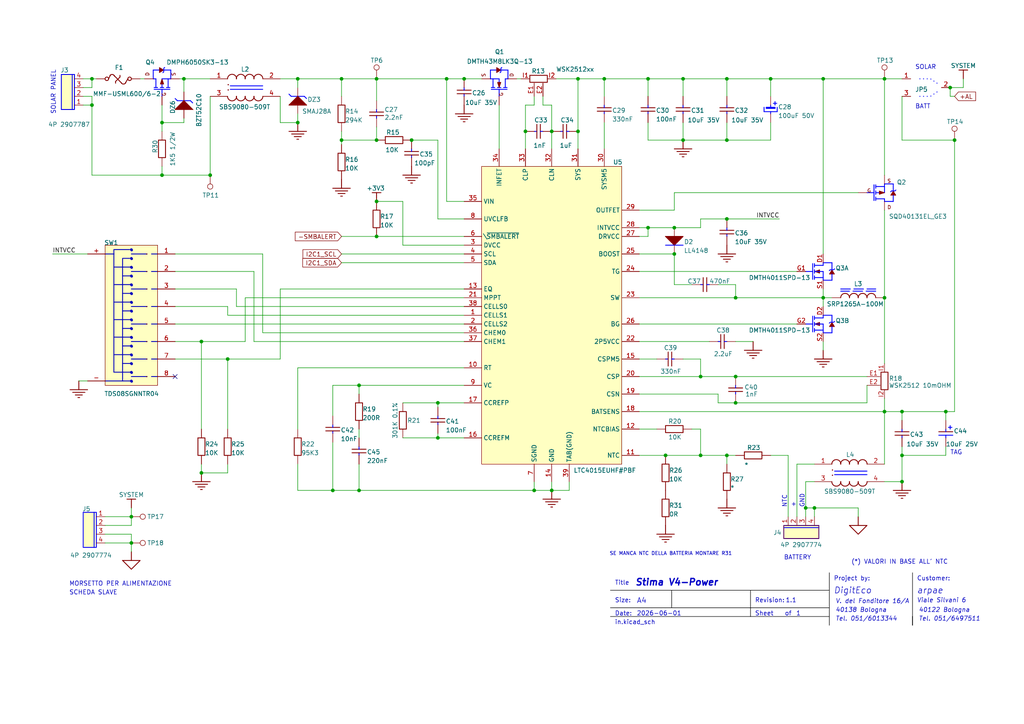
<source format=kicad_sch>
(kicad_sch (version 20230121) (generator eeschema)
  (paper "A4")
  (title_block (title "Stima V4-Power") (rev "1.1"))
  (junction (at 99.06 22.86))
  (junction (at 193.04 132.08))
  (junction (at 46.99 35.56))
  (junction (at 187.96 66.04))
  (junction (at 167.64 38.1))
  (junction (at 236.22 147.32))
  (junction (at 203.2 109.22))
  (junction (at 256.54 22.86))
  (junction (at 58.42 137.16))
  (junction (at 213.36 116.84))
  (junction (at 256.54 86.36))
  (junction (at 274.32 119.38))
  (junction (at 198.12 22.86))
  (junction (at 213.36 109.22))
  (junction (at 154.94 142.24))
  (junction (at 58.42 99.06))
  (junction (at 26.67 30.48))
  (junction (at 198.12 40.64))
  (junction (at 134.62 22.86))
  (junction (at 238.76 86.36))
  (junction (at 195.58 73.66))
  (junction (at 109.22 58.42))
  (junction (at 195.58 66.04))
  (junction (at 223.52 22.86))
  (junction (at 160.02 38.1))
  (junction (at 203.2 132.08))
  (junction (at 66.04 104.14))
  (junction (at 109.22 40.64))
  (junction (at 38.1 149.86))
  (junction (at 38.1 157.48))
  (junction (at 275.59 25.4))
  (junction (at 60.96 50.8))
  (junction (at 104.14 111.76))
  (junction (at 233.68 147.32))
  (junction (at 213.36 86.36))
  (junction (at 256.54 119.38))
  (junction (at 276.86 40.64))
  (junction (at 261.62 119.38))
  (junction (at 127 127))
  (junction (at 160.02 142.24))
  (junction (at 99.06 40.64))
  (junction (at 96.52 142.24))
  (junction (at 152.4 38.1))
  (junction (at 261.62 132.08))
  (junction (at 109.22 22.86))
  (junction (at 127 116.84))
  (junction (at 104.14 142.24))
  (junction (at 187.96 22.86))
  (junction (at 129.54 22.86))
  (junction (at 175.26 22.86))
  (junction (at 46.99 50.8))
  (junction (at 210.82 22.86))
  (junction (at 86.36 22.86))
  (junction (at 261.62 139.7))
  (junction (at 53.34 22.86))
  (junction (at 109.22 68.58))
  (junction (at 167.64 22.86))
  (junction (at 210.82 63.5))
  (junction (at 210.82 132.08))
  (junction (at 86.36 35.56))
  (junction (at 210.82 40.64))
  (junction (at 26.67 22.86))
  (junction (at 119.38 40.64))
  (junction (at 238.76 22.86))
  (no_connect (at 50.8 109.22))
  (wire (pts (xy 58.42 99.06) (xy 50.8 99.06)))
  (wire (pts (xy 26.67 50.8) (xy 26.67 30.48)))
  (wire (pts (xy 187.96 27.94) (xy 187.96 22.86)))
  (wire (pts (xy 193.04 132.08) (xy 203.2 132.08)))
  (wire (pts (xy 76.2 96.52) (xy 76.2 73.66)))
  (wire (pts (xy 109.22 36.83) (xy 109.22 40.64)))
  (wire (pts (xy 154.94 30.48) (xy 152.4 30.48)))
  (wire (pts (xy 238.76 88.9) (xy 238.76 86.36)))
  (wire (pts (xy 104.14 134.62) (xy 104.14 142.24)))
  (wire (pts (xy 223.52 22.86) (xy 210.82 22.86)))
  (wire (pts (xy 160.02 139.7) (xy 160.02 142.24)))
  (wire (pts (xy 134.62 83.82) (xy 81.28 83.82)))
  (wire (pts (xy 38.1 149.86) (xy 38.1 152.4)))
  (wire (pts (xy 99.06 40.64) (xy 99.06 38.1)))
  (wire (pts (xy 38.1 157.48) (xy 38.1 160.02)))
  (wire (pts (xy 134.62 58.42) (xy 129.54 58.42)))
  (wire (pts (xy 134.62 91.44) (xy 66.04 91.44)))
  (polyline (pts (xy 240.538 166.116) (xy 240.538 178.816)) (stroke (width 0) (type solid) (color 0 0 0 1)))
  (wire (pts (xy 236.22 147.32) (xy 248.92 147.32)))
  (wire (pts (xy 236.22 134.62) (xy 231.14 134.62)))
  (wire (pts (xy 198.12 22.86) (xy 187.96 22.86)))
  (wire (pts (xy 256.54 134.62) (xy 256.54 119.38)))
  (wire (pts (xy 185.42 114.3) (xy 208.28 114.3)))
  (wire (pts (xy 46.99 50.8) (xy 26.67 50.8)))
  (wire (pts (xy 233.68 139.7) (xy 236.22 139.7)))
  (wire (pts (xy 208.28 116.84) (xy 213.36 116.84)))
  (wire (pts (xy 127 118.11) (xy 127 116.84)))
  (wire (pts (xy 175.26 27.94) (xy 175.26 22.86)))
  (wire (pts (xy 99.06 22.86) (xy 109.22 22.86)))
  (wire (pts (xy 116.84 71.12) (xy 116.84 58.42)))
  (wire (pts (xy 185.42 99.06) (xy 205.74 99.06)))
  (wire (pts (xy 187.96 22.86) (xy 175.26 22.86)))
  (wire (pts (xy 104.14 111.76) (xy 104.14 114.3)))
  (wire (pts (xy 185.42 78.74) (xy 231.14 78.74)))
  (wire (pts (xy 71.12 99.06) (xy 58.42 99.06)))
  (wire (pts (xy 175.26 35.56) (xy 175.26 43.18)))
  (wire (pts (xy 210.82 134.62) (xy 210.82 132.08)))
  (polyline (pts (xy 177.038 176.276) (xy 240.538 176.276)) (stroke (width 0) (type solid) (color 0 0 0 1)))
  (wire (pts (xy 238.76 101.6) (xy 238.76 99.06)))
  (wire (pts (xy 109.22 22.86) (xy 109.22 29.21)))
  (wire (pts (xy 104.14 124.46) (xy 104.14 127)))
  (wire (pts (xy 81.28 104.14) (xy 66.04 104.14)))
  (wire (pts (xy 187.96 68.58) (xy 187.96 66.04)))
  (wire (pts (xy 66.04 137.16) (xy 58.42 137.16)))
  (wire (pts (xy 46.99 35.56) (xy 46.99 38.1)))
  (wire (pts (xy 30.48 152.4) (xy 38.1 152.4)))
  (wire (pts (xy 46.99 30.48) (xy 46.99 35.56)))
  (wire (pts (xy 52.07 22.86) (xy 53.34 22.86)))
  (wire (pts (xy 81.28 22.86) (xy 86.36 22.86)))
  (wire (pts (xy 96.52 111.76) (xy 96.52 120.65)))
  (wire (pts (xy 274.32 119.38) (xy 276.86 119.38)))
  (wire (pts (xy 223.52 27.94) (xy 223.52 22.86)))
  (wire (pts (xy 134.62 96.52) (xy 76.2 96.52)))
  (wire (pts (xy 185.42 73.66) (xy 195.58 73.66)))
  (wire (pts (xy 256.54 22.86) (xy 238.76 22.86)))
  (wire (pts (xy 96.52 128.27) (xy 96.52 142.24)))
  (wire (pts (xy 27.94 22.86) (xy 26.67 22.86)))
  (wire (pts (xy 256.54 119.38) (xy 261.62 119.38)))
  (wire (pts (xy 185.42 66.04) (xy 187.96 66.04)))
  (wire (pts (xy 279.4 25.4) (xy 279.4 22.86)))
  (wire (pts (xy 134.62 71.12) (xy 116.84 71.12)))
  (wire (pts (xy 109.22 68.58) (xy 99.06 68.58)))
  (wire (pts (xy 134.62 68.58) (xy 109.22 68.58)))
  (wire (pts (xy 66.04 88.9) (xy 50.8 88.9)))
  (wire (pts (xy 256.54 139.7) (xy 261.62 139.7)))
  (wire (pts (xy 233.68 149.86) (xy 233.68 147.32)))
  (wire (pts (xy 86.36 22.86) (xy 86.36 25.4)))
  (wire (pts (xy 53.34 22.86) (xy 60.96 22.86)))
  (wire (pts (xy 198.12 40.64) (xy 198.12 35.56)))
  (wire (pts (xy 86.36 22.86) (xy 99.06 22.86)))
  (wire (pts (xy 134.62 116.84) (xy 127 116.84)))
  (wire (pts (xy 276.86 40.64) (xy 261.62 40.64)))
  (wire (pts (xy 198.12 40.64) (xy 210.82 40.64)))
  (wire (pts (xy 187.96 40.64) (xy 198.12 40.64)))
  (wire (pts (xy 208.28 82.55) (xy 213.36 82.55)))
  (wire (pts (xy 144.78 30.48) (xy 144.78 43.18)))
  (wire (pts (xy 256.54 86.36) (xy 256.54 60.96)))
  (wire (pts (xy 81.28 35.56) (xy 86.36 35.56)))
  (wire (pts (xy 256.54 22.86) (xy 261.62 22.86)))
  (wire (pts (xy 58.42 137.16) (xy 58.42 134.62)))
  (wire (pts (xy 96.52 142.24) (xy 104.14 142.24)))
  (wire (pts (xy 129.54 22.86) (xy 134.62 22.86)))
  (wire (pts (xy 134.62 93.98) (xy 50.8 93.98)))
  (wire (pts (xy 38.1 154.94) (xy 30.48 154.94)))
  (wire (pts (xy 149.86 22.86) (xy 151.13 22.86)))
  (wire (pts (xy 129.54 58.42) (xy 129.54 22.86)))
  (wire (pts (xy 66.04 91.44) (xy 66.04 88.9)))
  (wire (pts (xy 185.42 124.46) (xy 190.5 124.46)))
  (wire (pts (xy 276.86 119.38) (xy 276.86 40.64)))
  (wire (pts (xy 134.62 63.5) (xy 127 63.5)))
  (wire (pts (xy 26.67 27.94) (xy 24.13 27.94)))
  (wire (pts (xy 152.4 30.48) (xy 152.4 38.1)))
  (wire (pts (xy 104.14 142.24) (xy 154.94 142.24)))
  (wire (pts (xy 53.34 35.56) (xy 53.34 34.29)))
  (wire (pts (xy 24.13 25.4) (xy 26.67 25.4)))
  (wire (pts (xy 236.22 147.32) (xy 236.22 149.86)))
  (wire (pts (xy 185.42 119.38) (xy 256.54 119.38)))
  (wire (pts (xy 116.84 58.42) (xy 109.22 58.42)))
  (wire (pts (xy 68.58 88.9) (xy 68.58 83.82)))
  (wire (pts (xy 185.42 60.96) (xy 195.58 60.96)))
  (wire (pts (xy 208.28 114.3) (xy 208.28 116.84)))
  (wire (pts (xy 104.14 111.76) (xy 96.52 111.76)))
  (wire (pts (xy 66.04 134.62) (xy 66.04 137.16)))
  (wire (pts (xy 238.76 22.86) (xy 223.52 22.86)))
  (wire (pts (xy 81.28 83.82) (xy 81.28 104.14)))
  (wire (pts (xy 210.82 27.94) (xy 210.82 22.86)))
  (wire (pts (xy 160.02 38.1) (xy 160.02 43.18)))
  (wire (pts (xy 251.46 116.84) (xy 251.46 111.76)))
  (wire (pts (xy 274.32 119.38) (xy 274.32 121.92)))
  (wire (pts (xy 154.94 27.94) (xy 154.94 30.48)))
  (wire (pts (xy 38.1 147.32) (xy 38.1 149.86)))
  (wire (pts (xy 203.2 124.46) (xy 200.66 124.46)))
  (wire (pts (xy 213.36 99.06) (xy 218.44 99.06)))
  (wire (pts (xy 195.58 73.66) (xy 195.58 82.55)))
  (wire (pts (xy 274.32 132.08) (xy 261.62 132.08)))
  (wire (pts (xy 185.42 93.98) (xy 231.14 93.98)))
  (wire (pts (xy 160.02 142.24) (xy 165.1 142.24)))
  (wire (pts (xy 195.58 60.96) (xy 195.58 55.88)))
  (wire (pts (xy 127 127) (xy 134.62 127)))
  (wire (pts (xy 198.12 27.94) (xy 198.12 22.86)))
  (wire (pts (xy 275.59 25.4) (xy 279.4 25.4)))
  (wire (pts (xy 213.36 82.55) (xy 213.36 86.36)))
  (wire (pts (xy 256.54 105.41) (xy 256.54 86.36)))
  (wire (pts (xy 86.36 35.56) (xy 86.36 33.02)))
  (wire (pts (xy 99.06 41.91) (xy 99.06 40.64)))
  (polyline (pts (xy 217.678 171.196) (xy 217.678 178.816)) (stroke (width 0) (type solid) (color 0 0 0 1)))
  (wire (pts (xy 71.12 86.36) (xy 71.12 99.06)))
  (wire (pts (xy 134.62 106.68) (xy 86.36 106.68)))
  (wire (pts (xy 238.76 86.36) (xy 241.3 86.36)))
  (wire (pts (xy 86.36 106.68) (xy 86.36 124.46)))
  (wire (pts (xy 190.5 104.14) (xy 185.42 104.14)))
  (wire (pts (xy 187.96 66.04) (xy 195.58 66.04)))
  (wire (pts (xy 73.66 78.74) (xy 50.8 78.74)))
  (wire (pts (xy 160.02 30.48) (xy 160.02 38.1)))
  (wire (pts (xy 210.82 40.64) (xy 223.52 40.64)))
  (wire (pts (xy 210.82 63.5) (xy 226.06 63.5)))
  (wire (pts (xy 60.96 27.94) (xy 60.96 50.8)))
  (wire (pts (xy 210.82 132.08) (xy 213.36 132.08)))
  (wire (pts (xy 203.2 104.14) (xy 203.2 109.22)))
  (wire (pts (xy 134.62 73.66) (xy 99.06 73.66)))
  (wire (pts (xy 53.34 26.67) (xy 53.34 22.86)))
  (wire (pts (xy 68.58 83.82) (xy 50.8 83.82)))
  (wire (pts (xy 233.68 147.32) (xy 233.68 139.7)))
  (wire (pts (xy 157.48 27.94) (xy 157.48 30.48)))
  (wire (pts (xy 134.62 111.76) (xy 104.14 111.76)))
  (wire (pts (xy 66.04 104.14) (xy 50.8 104.14)))
  (wire (pts (xy 203.2 66.04) (xy 203.2 63.5)))
  (wire (pts (xy 109.22 40.64) (xy 99.06 40.64)))
  (wire (pts (xy 167.64 22.86) (xy 161.29 22.86)))
  (wire (pts (xy 256.54 115.57) (xy 256.54 119.38)))
  (wire (pts (xy 152.4 38.1) (xy 152.4 43.18)))
  (wire (pts (xy 66.04 124.46) (xy 66.04 104.14)))
  (wire (pts (xy 167.64 38.1) (xy 167.64 22.86)))
  (wire (pts (xy 154.94 142.24) (xy 160.02 142.24)))
  (wire (pts (xy 73.66 99.06) (xy 73.66 78.74)))
  (wire (pts (xy 238.76 22.86) (xy 238.76 73.66)))
  (wire (pts (xy 203.2 132.08) (xy 210.82 132.08)))
  (wire (pts (xy 38.1 154.94) (xy 38.1 157.48)))
  (wire (pts (xy 256.54 50.8) (xy 256.54 22.86)))
  (wire (pts (xy 213.36 116.84) (xy 251.46 116.84)))
  (wire (pts (xy 157.48 30.48) (xy 160.02 30.48)))
  (wire (pts (xy 223.52 132.08) (xy 228.6 132.08)))
  (wire (pts (xy 25.4 110.49) (xy 22.86 110.49)))
  (wire (pts (xy 116.84 127) (xy 127 127)))
  (polyline (pts (xy 264.668 178.816) (xy 264.668 181.356)) (stroke (width 0) (type solid) (color 0 0 0 1)))
  (wire (pts (xy 86.36 142.24) (xy 96.52 142.24)))
  (wire (pts (xy 187.96 35.56) (xy 187.96 40.64)))
  (wire (pts (xy 210.82 22.86) (xy 198.12 22.86)))
  (wire (pts (xy 195.58 55.88) (xy 248.92 55.88)))
  (wire (pts (xy 58.42 124.46) (xy 58.42 99.06)))
  (wire (pts (xy 203.2 132.08) (xy 203.2 124.46)))
  (wire (pts (xy 127 40.64) (xy 119.38 40.64)))
  (wire (pts (xy 213.36 109.22) (xy 203.2 109.22)))
  (wire (pts (xy 261.62 139.7) (xy 261.62 132.08)))
  (wire (pts (xy 60.96 50.8) (xy 46.99 50.8)))
  (wire (pts (xy 261.62 132.08) (xy 261.62 129.54)))
  (wire (pts (xy 26.67 25.4) (xy 26.67 22.86)))
  (wire (pts (xy 109.22 22.86) (xy 129.54 22.86)))
  (wire (pts (xy 127 125.73) (xy 127 127)))
  (wire (pts (xy 26.67 30.48) (xy 26.67 27.94)))
  (wire (pts (xy 30.48 149.86) (xy 38.1 149.86)))
  (wire (pts (xy 127 63.5) (xy 127 40.64)))
  (wire (pts (xy 248.92 147.32) (xy 248.92 149.86)))
  (wire (pts (xy 213.36 86.36) (xy 185.42 86.36)))
  (wire (pts (xy 210.82 40.64) (xy 210.82 35.56)))
  (polyline (pts (xy 177.038 171.196) (xy 240.538 171.196)) (stroke (width 0) (type solid) (color 0 0 0 1)))
  (wire (pts (xy 276.86 27.94) (xy 275.59 27.94)))
  (wire (pts (xy 185.42 68.58) (xy 187.96 68.58)))
  (wire (pts (xy 203.2 109.22) (xy 185.42 109.22)))
  (polyline (pts (xy 264.668 178.816) (xy 264.668 181.356)) (stroke (width 0) (type solid) (color 0 0 0 1)))
  (wire (pts (xy 233.68 147.32) (xy 236.22 147.32)))
  (wire (pts (xy 134.62 88.9) (xy 68.58 88.9)))
  (wire (pts (xy 167.64 38.1) (xy 167.64 43.18)))
  (wire (pts (xy 165.1 142.24) (xy 165.1 139.7)))
  (wire (pts (xy 154.94 139.7) (xy 154.94 142.24)))
  (wire (pts (xy 203.2 63.5) (xy 210.82 63.5)))
  (wire (pts (xy 134.62 99.06) (xy 73.66 99.06)))
  (wire (pts (xy 24.13 30.48) (xy 26.67 30.48)))
  (wire (pts (xy 30.48 157.48) (xy 38.1 157.48)))
  (wire (pts (xy 261.62 119.38) (xy 261.62 121.92)))
  (wire (pts (xy 134.62 86.36) (xy 71.12 86.36)))
  (wire (pts (xy 15.24 73.66) (xy 25.4 73.66)))
  (wire (pts (xy 41.91 22.86) (xy 40.64 22.86)))
  (wire (pts (xy 275.59 27.94) (xy 275.59 25.4)))
  (wire (pts (xy 46.99 48.26) (xy 46.99 50.8)))
  (wire (pts (xy 231.14 134.62) (xy 231.14 149.86)))
  (wire (pts (xy 46.99 35.56) (xy 53.34 35.56)))
  (polyline (pts (xy 194.818 171.196) (xy 194.818 176.276)) (stroke (width 0) (type solid) (color 0 0 0 1)))
  (wire (pts (xy 195.58 66.04) (xy 203.2 66.04)))
  (wire (pts (xy 81.28 27.94) (xy 81.28 35.56)))
  (wire (pts (xy 223.52 40.64) (xy 223.52 35.56)))
  (wire (pts (xy 213.36 86.36) (xy 238.76 86.36)))
  (wire (pts (xy 198.12 104.14) (xy 203.2 104.14)))
  (wire (pts (xy 127 116.84) (xy 116.84 116.84)))
  (wire (pts (xy 175.26 22.86) (xy 167.64 22.86)))
  (wire (pts (xy 134.62 22.86) (xy 139.7 22.86)))
  (wire (pts (xy 261.62 119.38) (xy 274.32 119.38)))
  (wire (pts (xy 274.32 129.54) (xy 274.32 132.08)))
  (wire (pts (xy 76.2 73.66) (xy 50.8 73.66)))
  (wire (pts (xy 238.76 83.82) (xy 238.76 86.36)))
  (wire (pts (xy 86.36 134.62) (xy 86.36 142.24)))
  (wire (pts (xy 26.67 22.86) (xy 24.13 22.86)))
  (wire (pts (xy 134.62 76.2) (xy 99.06 76.2)))
  (wire (pts (xy 99.06 27.94) (xy 99.06 22.86)))
  (wire (pts (xy 195.58 82.55) (xy 200.66 82.55)))
  (wire (pts (xy 185.42 132.08) (xy 193.04 132.08)))
  (wire (pts (xy 261.62 40.64) (xy 261.62 27.94)))
  (wire (pts (xy 251.46 109.22) (xy 213.36 109.22)))
  (wire (pts (xy 228.6 132.08) (xy 228.6 149.86)))
  (polyline (pts (xy 177.038 178.816) (xy 240.538 178.816) (xy 240.538 181.356)) (stroke (width 0) (type solid) (color 0 0 0 1)))
  (polyline (pts (xy 264.668 166.116) (xy 264.668 166.116) (xy 264.668 178.816)) (stroke (width 0) (type solid) (color 0 0 0 1)))
  (text "SOLAR" (at 265.43 20.32 0) (effects (font (size 1.27 1.27)) (justify left bottom)))
  (text "40138 Bologna" (at 242.316 177.8 0) (effects (font (size 1.27 1.27) italic) (justify left bottom)))
  (text "Size:" (at 178.308 175.006 0) (effects (font (size 1.27 1.27)) (justify left bottom)))
  (text "SCHEDA SLAVE" (at 20.066 172.72 0) (effects (font (size 1.27 1.27)) (justify left bottom)))
  (text "V. del Fonditore 16/A" (at 242.316 175.26 0) (effects (font (size 1.27 1.27) italic) (justify left bottom)))
  (text "Customer:" (at 265.938 168.656 0) (effects (font (size 1.27 1.27)) (justify left bottom)))
  (text "NTC" (at 228.346 147.32 90) (effects (font (size 1.27 1.27)) (justify left bottom)))
  (text "DigitEco" (at 241.808 172.466 0) (effects (font (size 1.778 1.778) italic) (justify left bottom)))
  (text "Date:" (at 178.308 178.816 0) (effects (font (size 1.27 1.27)) (justify left bottom)))
  (text "BATT" (at 265.43 31.75 0) (effects (font (size 1.27 1.27)) (justify left bottom)))
  (text "SE MANCA NTC DELLA BATTERIA MONTARE R31" (at 176.784 161.29 0) (effects (font (size 1.016 1.016)) (justify left bottom)))
  (text "Sheet" (at 218.948 178.816 0) (effects (font (size 1.27 1.27)) (justify left bottom)))
  (text "" (at 266.446 175.26 0) (effects (font (size 1.27 1.27) italic) (justify left bottom)))
  (text "(*) VALORI IN BASE ALL' NTC" (at 246.888 163.83 0) (effects (font (size 1.27 1.27)) (justify left bottom)))
  (text "arpae" (at 265.938 172.466 0) (effects (font (size 1.778 1.778) italic) (justify left bottom)))
  (text "" (at 266.446 177.8 0) (effects (font (size 1.27 1.27) italic) (justify left bottom)))
  (text "Project by:" (at 241.808 168.656 0) (effects (font (size 1.27 1.27)) (justify left bottom)))
  (text "MORSETTO PER ALIMENTAZIONE" (at 20.066 170.18 0) (effects (font (size 1.27 1.27)) (justify left bottom)))
  (text "Tel. 051/6497511" (at 266.446 180.34 0) (effects (font (size 1.27 1.27) italic) (justify left bottom)))
  (text "of" (at 227.584 178.816 0) (effects (font (size 1.27 1.27)) (justify left bottom)))
  (text "Title" (at 178.308 169.926 0) (effects (font (size 1.27 1.27)) (justify left bottom)))
  (text "SOLAR PANEL" (at 16.256 33.274 90) (effects (font (size 1.27 1.27)) (justify left bottom)))
  (text "" (at 266.446 180.34 0) (effects (font (size 1.27 1.27) italic) (justify left bottom)))
  (text "${#}" (at 224.282 178.816 0) (effects (font (size 1.27 1.27)) (justify left bottom)))
  (text "40122 Bologna" (at 266.446 177.8 0) (effects (font (size 1.27 1.27) italic) (justify left bottom)))
  (text "${TITLE}" (at 184.15 170.18 0) (effects (font (size 1.905 1.905) bold italic) (justify left bottom)))
  (text "1.1" (at 227.838 175.006 0) (effects (font (size 1.27 1.27)) (justify left bottom)))
  (text "TAG" (at 275.59 132.08 0) (effects (font (size 1.27 1.27)) (justify left bottom)))
  (text "${FILENAME}" (at 178.308 181.356 0) (effects (font (size 1.27 1.27)) (justify left bottom)))
  (text "" (at 184.658 181.356 0) (effects (font (size 1.27 1.27)) (justify left bottom)))
  (text "Revision:" (at 218.948 175.006 0) (effects (font (size 1.27 1.27)) (justify left bottom)))
  (text "BATTERY" (at 227.33 162.56 0) (effects (font (size 1.27 1.27)) (justify left bottom)))
  (text "${CURRENT_DATE}" (at 184.658 178.816 0) (effects (font (size 1.27 1.27)) (justify left bottom)))
  (text "+" (at 230.886 147.32 90) (effects (font (size 1.27 1.27)) (justify left bottom)))
  (text "${##}" (at 230.886 178.816 0) (effects (font (size 1.27 1.27)) (justify left bottom)))
  (text "Tel. 051/6013344" (at 242.316 180.34 0) (effects (font (size 1.27 1.27) italic) (justify left bottom)))
  (text "A4" (at 184.658 175.26 0) (effects (font (size 1.524 1.524)) (justify left bottom)))
  (text "Viale Silvani 6" (at 265.938 175.006 0) (effects (font (size 1.27 1.27) italic) (justify left bottom)))
  (text "GND" (at 233.426 147.32 90) (effects (font (size 1.27 1.27)) (justify left bottom)))
  (text "" (at 265.938 172.466 0) (effects (font (size 1.778 1.778) italic) (justify left bottom)))
  (label "INTVCC" (at 15.24 73.66 0))
  (label "INTVCC" (at 226.06 63.5 180))
  (global_label "-SMBALERT" (shape input) (at 99.06 68.58 180) (property "Intersheetrefs" "${INTERSHEET_REFS}" (effects hide)))
  (global_label "I2C1_SDA" (shape input) (at 99.06 76.2 180) (property "Intersheetrefs" "${INTERSHEET_REFS}" (effects hide)))
  (global_label "I2C1_SCL" (shape input) (at 99.06 73.66 180) (property "Intersheetrefs" "${INTERSHEET_REFS}" (effects hide)))
  (global_label "+AL" (shape input) (at 276.86 27.94 0) (property "Intersheetrefs" "${INTERSHEET_REFS}" (effects hide)))
  (symbol (lib_id "Stima V4 Power-altium-import:root_0_C0603") (at 175.26 30.48 0) (unit 1)
    (property "Reference" "C29" (at 177.546 32.766 0) (effects (justify left bottom)))
    (property "Value" "330nF" (at 177.546 35.306 0) (effects (justify left bottom)))
    (property "Footprint" "Library_Power_impronte:0603" (effects hide))
    (property "PACKAGE REFERENCE" "0603" (effects hide))
    (property "TYPE" "Multistrato X5R/X7R" (effects hide))
    (property "ALTIUM_VALUE" "330nF" (effects hide))
    (property "VOLTAGE" "50V" (effects hide))
  )
  (symbol (lib_id "Stima V4 Power-altium-import:root_1_Res 0603") (at 83.82 132.08 0) (unit 1)
    (property "Reference" "R22" (at 87.376 129.54 0) (effects (justify left bottom)))
    (property "Value" "95K3" (at 87.376 132.08 0) (effects (justify left bottom)))
    (property "Footprint" "Library_Power_impronte:0603" (effects hide))
    (property "ALTIUM_VALUE" "95K3" (effects hide))
    (property "PRECISION" "1%" (effects hide))
    (property "PACKAGE REFERENCE" "0603" (effects hide))
    (property "POWER" "1/10W" (effects hide))
  )
  (symbol (lib_id "Stima V4 Power-altium-import:root_1_Res 0603") (at 96.52 49.53 0) (unit 1)
    (property "Reference" "R16" (at 100.076 46.99 0) (effects (justify left bottom)))
    (property "Value" "10K" (at 100.076 49.53 0) (effects (justify left bottom)))
    (property "Footprint" "Library_Power_impronte:0603" (effects hide))
    (property "ALTIUM_VALUE" "10K" (effects hide))
    (property "PRECISION" "1%" (effects hide))
    (property "PACKAGE REFERENCE" "0603" (effects hide))
    (property "POWER" "1/10W" (effects hide))
  )
  (symbol (lib_id "Stima V4 Power-altium-import:root_0_JUMP3S") (at 265.43 22.86 0) (unit 1)
    (property "Reference" "JP5" (at 265.43 26.67 0) (effects (justify left bottom)))
    (property "Value" "JUMP3S" (effects hide))
    (property "Footprint" "Library_Power_impronte:JUMP3S" (effects hide))
  )
  (symbol (lib_id "Stima V4 Power-altium-import:root_2_Mors_4p_px") (at 21.59 31.75 0) (unit 1)
    (property "Reference" "J3" (at 17.526 21.082 0) (effects (justify left bottom)))
    (property "Value" "4P 2907787" (at 13.97 36.83 0) (effects (justify left bottom)))
    (property "Footprint" "Library_Power_impronte:CONN_4P-P508" (effects hide))
    (property "PACKAGE REFERENCE" "Trad." (effects hide))
    (property "TYPE" "Sauro" (effects hide))
  )
  (symbol (lib_id "Stima V4 Power-altium-import:root_0_Zener_SMD") (at 53.34 29.21 0) (unit 1)
    (property "Reference" "DZ6" (at 50.8 33.02 90) (effects (justify left bottom)))
    (property "Value" "BZT52C10" (at 58.42 36.83 90) (effects (justify left bottom)))
    (property "Footprint" "Vecchi_SamacSys_Parts:SOD-123" (effects hide))
    (property "PACKAGE REFERENCE" "SOD80" (effects hide))
  )
  (symbol (lib_id "Stima V4 Power-altium-import:root_1_C0603") (at 193.04 104.14 0) (unit 1)
    (property "Reference" "C39" (at 192.532 101.6 0) (effects (justify left bottom)))
    (property "Value" "330nF" (at 191.516 108.458 0) (effects (justify left bottom)))
    (property "Footprint" "Library_Power_impronte:0805" (effects hide))
    (property "PACKAGE REFERENCE" "0805" (effects hide))
    (property "TYPE" "Multistrato X5R/X7R" (effects hide))
    (property "ALTIUM_VALUE" "330nF" (effects hide))
    (property "VOLTAGE" "50V" (effects hide))
  )
  (symbol (lib_id "Stima V4 Power-altium-import:root_0_C0603") (at 210.82 30.48 0) (unit 1)
    (property "Reference" "C32" (at 213.106 32.766 0) (effects (justify left bottom)))
    (property "Value" "10uF 35V" (at 212.09 35.56 0) (effects (justify left bottom)))
    (property "Footprint" "Library_Power_impronte:0603" (effects hide))
    (property "PACKAGE REFERENCE" "0603" (effects hide))
    (property "TYPE" "Multistrato X5R/X7R" (effects hide))
    (property "ALTIUM_VALUE" "10uF" (effects hide))
    (property "VOLTAGE" "35V" (effects hide))
  )
  (symbol (lib_id "Stima V4 Power-altium-import:root_0_Elettrol-SMD") (at 223.52 30.48 0) (unit 1)
    (property "Reference" "C28" (at 225.679 31.75 0) (effects (justify left bottom)))
    (property "Value" "100uF 50V" (at 225.679 34.29 0) (effects (justify left bottom)))
    (property "Footprint" "Library_Power_impronte:8X10_5" (effects hide))
    (property "PACKAGE REFERENCE" "8X10.5" (effects hide))
    (property "ALTIUM_VALUE" "100uF" (effects hide))
    (property "TYPE" "Elettrolitico" (effects hide))
    (property "VOLTAGE" "50V" (effects hide))
  )
  (symbol (lib_id "Connector:TestPoint") (at 38.1 149.86 270) (unit 1)
    (property "Reference" "TP17" (at 42.672 149.86 90) (effects (justify left)))
    (property "Value" "TestPoint" (effects hide))
    (property "Footprint" "Library_Power_impronte:TP" (effects hide))
  )
  (symbol (lib_id "Stima V4 Power-altium-import:root_0_C0603") (at 187.96 30.48 0) (unit 1)
    (property "Reference" "C30" (at 190.246 32.766 0) (effects (justify left bottom)))
    (property "Value" "100nF" (at 190.246 35.306 0) (effects (justify left bottom)))
    (property "Footprint" "Library_Power_impronte:0603" (effects hide))
    (property "PACKAGE REFERENCE" "0603" (effects hide))
    (property "TYPE" "Multistrato X5R/X7R" (effects hide))
    (property "ALTIUM_VALUE" "100nF" (effects hide))
    (property "VOLTAGE" "50V" (effects hide))
  )
  (symbol (lib_id "Stima V4 Power-altium-import:root_0_C0603") (at 198.12 30.48 0) (unit 1)
    (property "Reference" "C31" (at 200.406 32.766 0) (effects (justify left bottom)))
    (property "Value" "10uF 35V" (at 199.39 35.56 0) (effects (justify left bottom)))
    (property "Footprint" "Library_Power_impronte:0603" (effects hide))
    (property "PACKAGE REFERENCE" "0603" (effects hide))
    (property "TYPE" "Multistrato X5R/X7R" (effects hide))
    (property "ALTIUM_VALUE" "10uF" (effects hide))
    (property "VOLTAGE" "35V" (effects hide))
  )
  (symbol (lib_id "Stima V4 Power-altium-import:SYSTEM") (at 38.1 147.32 180) (unit 1)
    (property "Reference" "#PWR?" (effects hide))
    (property "Value" "SYSTEM" (at 38.1 143.51 0))
    (instances (project "Stima V4 Power_Solar-Battery R1_1" (path "" (reference "#PWR?") (unit 1))) (project "Stima V4 Power" (path "" (reference "#PWR07") (unit 1))))
  )
  (symbol (lib_id "Stima V4 Power-altium-import:root_0_C0603") (at 134.62 25.4 0) (unit 1)
    (property "Reference" "C26" (at 136.906 27.686 0) (effects (justify left bottom)))
    (property "Value" "10uF 35V" (at 134.874 30.48 0) (effects (justify left bottom)))
    (property "Footprint" "Library_Power_impronte:0603" (effects hide))
    (property "PACKAGE REFERENCE" "0603" (effects hide))
    (property "TYPE" "Multistrato X5R/X7R" (effects hide))
    (property "ALTIUM_VALUE" "10uF" (effects hide))
    (property "VOLTAGE" "35V" (effects hide))
  )
  (symbol (lib_id "Stima V4 Power-altium-import:GND") (at 160.02 142.24 0) (unit 1)
    (property "Reference" "#PWR?" (effects hide))
    (property "Value" "GND" (effects hide))
  )
  (symbol (lib_id "Stima V4 Power-altium-import:root_1_Res 0603") (at 190.5 139.7 0) (unit 1)
    (property "Reference" "R26" (at 194.056 137.16 0) (effects (justify left bottom)))
    (property "Value" "10K" (at 194.056 139.7 0) (effects (justify left bottom)))
    (property "Footprint" "Library_Power_impronte:0603" (effects hide))
    (property "ALTIUM_VALUE" "10K" (effects hide))
    (property "PRECISION" "1%" (effects hide))
    (property "PACKAGE REFERENCE" "0603" (effects hide))
    (property "POWER" "1/10W" (effects hide))
  )
  (symbol (lib_id "Stima V4 Power-altium-import:root_3_Res 0603") (at 213.36 137.16 0) (unit 1)
    (property "Reference" "R27" (at 211.836 139.7 0) (effects (justify left bottom)))
    (property "Value" "*" (at 211.836 142.24 0) (effects (justify left bottom)))
    (property "Footprint" "Library_Power_impronte:0603" (effects hide))
    (property "PRECISION" "1%" (effects hide))
    (property "PACKAGE REFERENCE" "0603" (effects hide))
    (property "POWER" "1/10W" (effects hide))
  )
  (symbol (lib_id "Stima V4 Power-altium-import:root_2_Diode_SMD_1N41..SOD80") (at 195.58 71.12 0) (unit 1)
    (property "Reference" "D2" (at 198.374 70.866 0) (effects (justify left bottom)))
    (property "Value" "LL4148" (at 198.374 73.406 0) (effects (justify left bottom)))
    (property "Footprint" "Library_Power_impronte:DSOD80" (effects hide))
    (property "PACKAGE REFERENCE" "SOD80" (effects hide))
  )
  (symbol (lib_id "Stima V4 Power-altium-import:root_1_C0603") (at 203.2 82.55 0) (unit 1)
    (property "Reference" "C37" (at 199.39 82.296 0) (effects (justify left bottom)))
    (property "Value" "470nF" (at 205.74 82.296 0) (effects (justify left bottom)))
    (property "Footprint" "Library_Power_impronte:0603" (effects hide))
    (property "PACKAGE REFERENCE" "0603" (effects hide))
    (property "TYPE" "Multistrato X5R/X7R" (effects hide))
    (property "ALTIUM_VALUE" "470nF" (effects hide))
    (property "VOLTAGE" "50V" (effects hide))
  )
  (symbol (lib_id "Stima V4 Power-altium-import:root_0_Fuse Thermal") (at 30.48 20.32 0) (unit 1)
    (property "Reference" "F1" (at 33.274 20.32 0) (effects (justify left bottom)))
    (property "Value" "MMF-USML600/6-2" (at 26.924 27.94 0) (effects (justify left bottom)))
    (property "Footprint" "Library_Power_impronte:1210" (effects hide))
    (property "TYPE" "Bourns" (effects hide))
    (property "PACKAGE REFERENCE" "1210" (effects hide))
    (property "ALTIUM_VALUE" "MF-USML600/6-2" (effects hide))
  )
  (symbol (lib_id "Stima V4 Power-altium-import:root_0_FILTRO_KEMETSBS9080") (at 236.22 134.62 0) (unit 1)
    (property "Reference" "L4" (at 245.364 132.588 0) (effects (justify left bottom)))
    (property "Value" "SBS9080-509T" (at 239.014 143.256 0) (effects (justify left bottom)))
    (property "Footprint" "Library_Power_impronte:FILTRO KEMET SBS9080-MIO" (effects hide))
    (property "PACKAGE REFERENCE" "SMD" (effects hide))
  )
  (symbol (lib_id "Stima V4 Power-altium-import:GND") (at 134.62 30.48 0) (unit 1)
    (property "Reference" "#PWR?" (effects hide))
    (property "Value" "GND" (effects hide))
    (instances (project "Stima V4 Power_Solar-Battery R1_1" (path "" (reference "#PWR?") (unit 1))) (project "Stima V4 Power" (path "" (reference "#PWR016") (unit 1))))
  )
  (symbol (lib_id "Stima V4 Power-altium-import:GND") (at 58.42 137.16 0) (unit 1)
    (property "Reference" "#PWR?" (effects hide))
    (property "Value" "GND" (effects hide))
    (instances (project "Stima V4 Power_Solar-Battery R1_1" (path "" (reference "#PWR?") (unit 1))) (project "Stima V4 Power" (path "" (reference "#PWR09") (unit 1))))
  )
  (symbol (lib_id "Stima V4 Power-altium-import:GND") (at 198.12 40.64 0) (unit 1)
    (property "Reference" "#PWR?" (effects hide))
    (property "Value" "GND" (effects hide))
  )
  (symbol (lib_id "Stima V4 Power-altium-import:root_0_mirrored_Mors 4p px") (at 27.94 148.59 0) (unit 1)
    (property "Reference" "J5" (at 23.876 148.336 0) (effects (justify left bottom)))
    (property "Value" "4P 2907774" (at 20.32 161.798 0) (effects (justify left bottom)))
    (property "Footprint" "Library_Power_impronte:CONN_4P-P508" (effects hide))
    (property "PACKAGE REFERENCE" "Trad." (effects hide))
    (property "TYPE" "Sauro" (effects hide))
  )
  (symbol (lib_id "Stima V4 Power-altium-import:root_0_mirrored_Dip-switch_8bit_TRISTATE") (at 45.72 71.12 0) (unit 1)
    (property "Reference" "SW1" (at 30.226 71.12 0) (effects (justify left bottom)))
    (property "Value" "TDS08SGNNTR04" (at 30.226 114.935 0) (effects (justify left bottom)))
    (property "Footprint" "Library_Power_impronte:DIPSWITCH8P-TRISTATE" (effects hide))
    (property "PACKAGE REFERENCE" "SMD" (effects hide))
  )
  (symbol (lib_id "Stima V4 Power-altium-import:GND") (at 22.86 110.49 0) (unit 1)
    (property "Reference" "#PWR?" (effects hide))
    (property "Value" "GND" (effects hide))
    (instances (project "Stima V4 Power_Solar-Battery R1_1" (path "" (reference "#PWR?") (unit 1))) (project "Stima V4 Power" (path "" (reference "#PWR06") (unit 1))))
  )
  (symbol (lib_id "Stima V4 Power-altium-import:GND") (at 193.04 152.4 0) (unit 1)
    (property "Reference" "#PWR?" (effects hide))
    (property "Value" "GND" (effects hide))
    (instances (project "Stima V4 Power_Solar-Battery R1_1" (path "" (reference "#PWR?") (unit 1))) (project "Stima V4 Power" (path "" (reference "#PWR017") (unit 1))))
  )
  (symbol (lib_id "Stima V4 Power-altium-import:root_0_DMTH4011SPD") (at 233.68 91.44 0) (unit 2)
    (property "Reference" "Q3" (at 242.316 93.726 0) (effects (justify left bottom)))
    (property "Value" "DMTH4011SPD-13" (at 217.17 96.52 0) (effects (justify left bottom)))
    (property "Footprint" "Library_Power_impronte:POWERDI5060-8-MIO" (effects hide))
    (property "PACKAGE REFERENCE" "POWERDI5060-8" (effects hide))
  )
  (symbol (lib_id "Connector:TestPoint") (at 38.1 157.48 270) (unit 1)
    (property "Reference" "TP18" (at 42.672 157.48 90) (effects (justify left)))
    (property "Value" "TestPoint" (effects hide))
    (property "Footprint" "Library_Power_impronte:TP" (effects hide))
  )
  (symbol (lib_id "Connector:TestPoint") (at 276.86 40.64 0) (unit 1)
    (property "Reference" "TP14" (at 274.574 35.306 0) (effects (justify left)))
    (property "Value" "TestPoint" (effects hide))
    (property "Footprint" "Library_Power_impronte:TP" (effects hide))
  )
  (symbol (lib_id "Stima V4 Power-altium-import:root_1_Res 0603") (at 190.5 149.86 0) (unit 1)
    (property "Reference" "R31" (at 194.056 147.32 0) (effects (justify left bottom)))
    (property "Value" "0R" (at 194.056 149.86 0) (effects (justify left bottom)))
    (property "Footprint" "Library_Power_impronte:0603" (effects hide))
    (property "ALTIUM_VALUE" "0R" (effects hide))
    (property "PRECISION" "1%" (effects hide))
    (property "PACKAGE REFERENCE" "0603" (effects hide))
    (property "POWER" "1/10W" (effects hide))
  )
  (symbol (lib_id "Stima V4 Power-altium-import:EGND") (at 248.92 149.86 0) (unit 1)
    (property "Reference" "#PWR?" (effects hide))
    (property "Value" "EGND" (effects hide))
    (instances (project "Stima V4 Power_Solar-Battery R1_1" (path "" (reference "#PWR?") (unit 1))) (project "Stima V4 Power" (path "" (reference "#PWR020") (unit 1))))
  )
  (symbol (lib_id "Stima V4 Power-altium-import:GND") (at 218.44 99.06 0) (unit 1)
    (property "Reference" "#PWR?" (effects hide))
    (property "Value" "GND" (effects hide))
  )
  (symbol (lib_id "Stima V4 Power-altium-import:root_0_LTC4015") (at 139.7 48.26 0) (unit 1)
    (property "Reference" "U5" (at 177.8 47.752 0) (effects (justify left bottom)))
    (property "Value" "LTC4015EUHF#PBF" (at 166.37 137.16 0) (effects (justify left bottom)))
    (property "Footprint" "Library_Power_impronte:UHF QFN38 MIO" (effects hide))
    (property "PACKAGE REFERENCE" "UHF QFN38" (effects hide))
  )
  (symbol (lib_id "Stima V4 Power-altium-import:root_0_Tag._SMD_C") (at 274.32 124.46 0) (unit 1)
    (property "Reference" "C44" (at 276.606 125.73 0) (effects (justify left bottom)))
    (property "Value" "10uF 25V" (at 274.32 129.54 0) (effects (justify left bottom)))
    (property "Footprint" "Library_Power_impronte:Case C-TC6032-2412" (effects hide))
    (property "PACKAGE REFERENCE" "Case C" (effects hide))
    (property "ALTIUM_VALUE" "10uF" (effects hide))
    (property "TYPE" "Tantalio" (effects hide))
    (property "VOLTAGE" "25V" (effects hide))
  )
  (symbol (lib_id "Stima V4 Power-altium-import:root_0_C0603") (at 96.52 123.19 0) (unit 1)
    (property "Reference" "C42" (at 98.806 125.476 0) (effects (justify left bottom)))
    (property "Value" "10nF" (at 98.806 128.016 0) (effects (justify left bottom)))
    (property "Footprint" "Library_Power_impronte:0603" (effects hide))
    (property "PACKAGE REFERENCE" "0603" (effects hide))
    (property "TYPE" "Multistrato X5R/X7R" (effects hide))
    (property "ALTIUM_VALUE" "10nF" (effects hide))
    (property "VOLTAGE" "50V" (effects hide))
  )
  (symbol (lib_id "Stima V4 Power-altium-import:root_0_SQD40131EL") (at 251.46 53.34 0) (unit 1)
    (property "Reference" "Q2" (at 260.096 53.594 0) (effects (justify left bottom)))
    (property "Value" "SQD40131EL_GE3" (at 257.81 63.5 0) (effects (justify left bottom)))
    (property "Footprint" "Library_Power_impronte:TO252 (DPAK)" (effects hide))
    (property "PACKAGE REFERNCE" "TO252 (DPAK)" (effects hide))
  )
  (symbol (lib_id "Stima V4 Power-altium-import:root_1_Res_1206") (at 44.45 45.72 0) (unit 1)
    (property "Reference" "R30" (at 45.72 44.45 90) (effects (justify left bottom)))
    (property "Value" "1K5 1/2W" (at 50.8 48.26 90) (effects (justify left bottom)))
    (property "Footprint" "Library_Power_impronte:1206" (effects hide))
    (property "PACKAGE REFERENCE" "1206" (effects hide))
    (property "PRECISION" "5%" (effects hide))
    (property "POWER" "1/4W" (effects hide))
  )
  (symbol (lib_id "Stima V4 Power-altium-import:root_0_C0603") (at 213.36 111.76 0) (unit 1)
    (property "Reference" "C40" (at 215.9 113.03 0) (effects (justify left bottom)))
    (property "Value" "1nF" (at 216.154 115.062 0) (effects (justify left bottom)))
    (property "Footprint" "Library_Power_impronte:0603" (effects hide))
    (property "PACKAGE REFERENCE" "0603" (effects hide))
    (property "TYPE" "Multistrato X5R/X7R" (effects hide))
    (property "ALTIUM_VALUE" "1nF" (effects hide))
    (property "VOLTAGE" "50V" (effects hide))
  )
  (symbol (lib_id "Stima V4 Power-altium-import:root_1_Res 0603") (at 114.3 124.46 0) (unit 1)
    (property "Reference" "R21" (at 118.11 122.682 0) (effects (justify left bottom)))
    (property "Value" "301K 0.1%" (at 115.316 127.254 90) (effects (justify left bottom)))
    (property "Footprint" "Library_Power_impronte:0603" (effects hide))
    (property "ALTIUM_VALUE" "301K" (effects hide))
    (property "PRECISION" "0.1%" (effects hide))
    (property "PACKAGE REFERENCE" "0603" (effects hide))
    (property "POWER" "1/10W" (effects hide))
  )
  (symbol (lib_id "Stima V4 Power-altium-import:+3V3") (at 109.22 58.42 180) (unit 1)
    (property "Reference" "#PWR?" (effects hide))
    (property "Value" "+3V3" (at 108.966 54.61 0))
    (instances (project "Stima V4 Power_Solar-Battery R1_1" (path "" (reference "#PWR?") (unit 1))) (project "Stima V4 Power" (path "" (reference "#PWR013") (unit 1))))
  )
  (symbol (lib_id "Stima V4 Power-altium-import:root_3_mirrored_Mors_4p_px") (at 227.33 152.4 0) (unit 1)
    (property "Reference" "J4" (at 224.282 155.194 0) (effects (justify left bottom)))
    (property "Value" "4P 2907774" (at 226.314 158.75 0) (effects (justify left bottom)))
    (property "Footprint" "Library_Power_impronte:CONN_4P-P508" (effects hide))
    (property "PACKAGE REFERENCE" "Trad." (effects hide))
    (property "TYPE" "Sauro" (effects hide))
  )
  (symbol (lib_id "Stima V4 Power-altium-import:root_0_C0603") (at 119.38 43.18 0) (unit 1)
    (property "Reference" "C35" (at 121.666 45.466 0) (effects (justify left bottom)))
    (property "Value" "100pF" (at 120.142 48.006 0) (effects (justify left bottom)))
    (property "Footprint" "Library_Power_impronte:0603" (effects hide))
    (property "PACKAGE REFERENCE" "0603" (effects hide))
    (property "TYPE" "Multistrato X5R/X7R" (effects hide))
    (property "ALTIUM_VALUE" "100pF" (effects hide))
    (property "VOLTAGE" "50V" (effects hide))
  )
  (symbol (lib_id "Stima V4 Power-altium-import:GND") (at 238.76 101.6 0) (unit 1)
    (property "Reference" "#PWR?" (effects hide))
    (property "Value" "GND" (effects hide))
  )
  (symbol (lib_id "Stima V4 Power-altium-import:EGND") (at 38.1 160.02 0) (unit 1)
    (property "Reference" "#PWR?" (effects hide))
    (property "Value" "EGND" (effects hide))
    (instances (project "Stima V4 Power_Solar-Battery R1_1" (path "" (reference "#PWR?") (unit 1))) (project "Stima V4 Power" (path "" (reference "#PWR08") (unit 1))))
  )
  (symbol (lib_id "Stima V4 Power-altium-import:root_1_Res 0603") (at 63.5 132.08 0) (unit 1)
    (property "Reference" "R25" (at 67.056 129.54 0) (effects (justify left bottom)))
    (property "Value" "10K" (at 67.056 132.08 0) (effects (justify left bottom)))
    (property "Footprint" "Library_Power_impronte:0603" (effects hide))
    (property "ALTIUM_VALUE" "10K" (effects hide))
    (property "PRECISION" "1%" (effects hide))
    (property "PACKAGE REFERENCE" "0603" (effects hide))
    (property "POWER" "1/10W" (effects hide))
  )
  (symbol (lib_id "Stima V4 Power-altium-import:root_1_Res 0603") (at 101.6 121.92 0) (unit 1)
    (property "Reference" "R19" (at 105.156 119.38 0) (effects (justify left bottom)))
    (property "Value" "200R" (at 105.156 121.92 0) (effects (justify left bottom)))
    (property "Footprint" "Library_Power_impronte:0603" (effects hide))
    (property "ALTIUM_VALUE" "200R" (effects hide))
    (property "PRECISION" "1%" (effects hide))
    (property "PACKAGE REFERENCE" "0603" (effects hide))
    (property "POWER" "1/10W" (effects hide))
  )
  (symbol (lib_id "Stima V4 Power-altium-import:root_1_C0603") (at 208.28 99.06 0) (unit 1)
    (property "Reference" "C38" (at 207.772 96.52 0) (effects (justify left bottom)))
    (property "Value" "2.2uF" (at 207.01 103.378 0) (effects (justify left bottom)))
    (property "Footprint" "Library_Power_impronte:0603" (effects hide))
    (property "PACKAGE REFERENCE" "0603" (effects hide))
    (property "TYPE" "Multistrato X5R/X7R" (effects hide))
    (property "ALTIUM_VALUE" "2.2uF" (effects hide))
    (property "VOLTAGE" "20V" (effects hide))
  )
  (symbol (lib_id "Stima V4 Power-altium-import:root_0_Coil_SRR1208_Bourns") (at 243.84 83.82 0) (unit 1)
    (property "Reference" "L3" (at 247.65 83.058 0) (effects (justify left bottom)))
    (property "Value" "SRP1265A-100M" (at 239.776 88.9 0) (effects (justify left bottom)))
    (property "Footprint" "Library_Power_impronte:COIL BOURNS SRP1265A-MIO" (effects hide))
    (property "PACKAGE REFERENCE" "SMD" (effects hide))
  )
  (symbol (lib_id "Stima V4 Power-altium-import:root_0_FILTRO_KEMETSBS9080") (at 60.96 22.86 0) (unit 1)
    (property "Reference" "L2" (at 69.85 20.828 0) (effects (justify left bottom)))
    (property "Value" "SBS9080-509T" (at 63.5 31.75 0) (effects (justify left bottom)))
    (property "Footprint" "Library_Power_impronte:_Altium_ARGO_ARGO.PcbLib_FILTRO KEMET SBS9080" (effects hide))
    (property "PACKAGE REFERENCE" "SMD" (effects hide))
  )
  (symbol (lib_id "Stima V4 Power-altium-import:root_0_RES_CURRENT_SENSE_4P") (at 151.13 22.86 0) (unit 1)
    (property "Reference" "R13" (at 154.178 21.336 0) (effects (justify left bottom)))
    (property "Value" "WSK2512xx" (at 161.29 20.828 0) (effects (justify left bottom)))
    (property "Footprint" "Library_Power_impronte:RES CURRSENS 4P WSK2512" (effects hide))
    (property "PACKAGE REFERENCE" "SMD" (effects hide))
  )
  (symbol (lib_id "Stima V4 Power-altium-import:root_3_Res 0603") (at 111.76 60.96 0) (unit 1)
    (property "Reference" "R17" (at 110.236 63.5 0) (effects (justify left bottom)))
    (property "Value" "10K" (at 110.236 66.04 0) (effects (justify left bottom)))
    (property "Footprint" "Library_Power_impronte:0603" (effects hide))
    (property "ALTIUM_VALUE" "10K" (effects hide))
    (property "PRECISION" "1%" (effects hide))
    (property "PACKAGE REFERENCE" "0603" (effects hide))
    (property "POWER" "1/10W" (effects hide))
  )
  (symbol (lib_id "Stima V4 Power-altium-import:GND") (at 119.38 48.26 0) (unit 1)
    (property "Reference" "#PWR?" (effects hide))
    (property "Value" "GND" (effects hide))
    (instances (project "Stima V4 Power_Solar-Battery R1_1" (path "" (reference "#PWR?") (unit 1))) (project "Stima V4 Power" (path "" (reference "#PWR015") (unit 1))))
  )
  (symbol (lib_id "Stima V4 Power-altium-import:root_0_C0603") (at 261.62 124.46 0) (unit 1)
    (property "Reference" "C43" (at 263.906 126.746 0) (effects (justify left bottom)))
    (property "Value" "10uF 35V" (at 262.89 129.54 0) (effects (justify left bottom)))
    (property "Footprint" "Library_Power_impronte:0603" (effects hide))
    (property "PACKAGE REFERENCE" "0603" (effects hide))
    (property "TYPE" "Multistrato X5R/X7R" (effects hide))
    (property "ALTIUM_VALUE" "10uF" (effects hide))
    (property "VOLTAGE" "35V" (effects hide))
  )
  (symbol (lib_id "Connector:TestPoint") (at 109.22 22.86 0) (unit 1)
    (property "Reference" "TP6" (at 107.442 17.526 0) (effects (justify left)))
    (property "Value" "TestPoint" (effects hide))
    (property "Footprint" "Library_Power_impronte:TP" (effects hide))
  )
  (symbol (lib_id "Stima V4 Power-altium-import:root_1_C0603") (at 162.56 38.1 0) (unit 1)
    (property "Reference" "C34" (at 162.56 35.56 0) (effects (justify left bottom)))
    (property "Value" "1uF" (at 162.306 42.926 0) (effects (justify left bottom)))
    (property "Footprint" "Library_Power_impronte:0603" (effects hide))
    (property "PACKAGE REFERENCE" "0603" (effects hide))
    (property "TYPE" "Multistrato X5R/X7R" (effects hide))
    (property "ALTIUM_VALUE" "1uF" (effects hide))
    (property "VOLTAGE" "50V" (effects hide))
  )
  (symbol (lib_id "Stima V4 Power-altium-import:root_0_DMTH4011SPD") (at 233.68 76.2 0) (unit 1)
    (property "Reference" "Q3" (at 242.316 78.486 0) (effects (justify left bottom)))
    (property "Value" "DMTH4011SPD-13" (at 217.17 81.28 0) (effects (justify left bottom)))
    (property "Footprint" "Library_Power_impronte:POWERDI5060-8-MIO" (effects hide))
    (property "PACKAGE REFERENCE" "POWERDI5060-8" (effects hide))
  )
  (symbol (lib_id "Stima V4 Power-altium-import:root_1_Res 0603") (at 96.52 35.56 0) (unit 1)
    (property "Reference" "R14" (at 100.076 33.02 0) (effects (justify left bottom)))
    (property "Value" "294K" (at 100.076 35.56 0) (effects (justify left bottom)))
    (property "Footprint" "Library_Power_impronte:0603" (effects hide))
    (property "ALTIUM_VALUE" "294K" (effects hide))
    (property "PRECISION" "1%" (effects hide))
    (property "PACKAGE REFERENCE" "0603" (effects hide))
    (property "POWER" "1/10W" (effects hide))
  )
  (symbol (lib_id "Stima V4 Power-altium-import:root_0_Transil_SMD_SMAJ") (at 86.36 27.94 0) (unit 1)
    (property "Reference" "DZ3" (at 89.154 29.591 0) (effects (justify left bottom)))
    (property "Value" "SMAJ28A" (at 87.63 33.02 0) (effects (justify left bottom)))
    (property "Footprint" "Library_Power_impronte:SMA" (effects hide))
    (property "PACKAGE REFERENCE" "SMA" (effects hide))
    (property "ALTIUM_VALUE" "SMAJ" (effects hide))
  )
  (symbol (lib_id "Stima V4 Power-altium-import:root_0_Res 0603") (at 111.76 38.1 0) (unit 1)
    (property "Reference" "R15" (at 112.014 39.116 0) (effects (justify left bottom)))
    (property "Value" "10K" (at 111.76 44.196 0) (effects (justify left bottom)))
    (property "Footprint" "Library_Power_impronte:0603" (effects hide))
    (property "ALTIUM_VALUE" "10K" (effects hide))
    (property "PRECISION" "1%" (effects hide))
    (property "PACKAGE REFERENCE" "0603" (effects hide))
    (property "POWER" "1/10W" (effects hide))
  )
  (symbol (lib_id "Connector:TestPoint") (at 60.96 50.8 180) (unit 1)
    (property "Reference" "TP11" (at 58.674 56.642 0) (effects (justify right)))
    (property "Value" "TestPoint" (effects hide))
    (property "Footprint" "Library_Power_impronte:TP" (effects hide))
  )
  (symbol (lib_id "Stima V4 Power-altium-import:root_0_C0603") (at 210.82 66.04 0) (unit 1)
    (property "Reference" "C36" (at 213.106 68.326 0) (effects (justify left bottom)))
    (property "Value" "10uF 35V" (at 213.106 70.866 0) (effects (justify left bottom)))
    (property "Footprint" "Library_Power_impronte:0603" (effects hide))
    (property "PACKAGE REFERENCE" "0603" (effects hide))
    (property "TYPE" "Multistrato X5R/X7R" (effects hide))
    (property "ALTIUM_VALUE" "10uF" (effects hide))
    (property "VOLTAGE" "35V" (effects hide))
  )
  (symbol (lib_id "Stima V4 Power-altium-import:SYSTEM") (at 279.4 22.86 180) (unit 1)
    (property "Reference" "#PWR?" (effects hide))
    (property "Value" "SYSTEM" (at 279.4 19.05 0))
  )
  (symbol (lib_id "Stima V4 Power-altium-import:GND") (at 210.82 71.12 0) (unit 1)
    (property "Reference" "#PWR?" (effects hide))
    (property "Value" "GND" (effects hide))
  )
  (symbol (lib_id "Stima V4 Power-altium-import:root_1_Res 0603") (at 55.88 132.08 0) (unit 1)
    (property "Reference" "R24" (at 59.436 129.54 0) (effects (justify left bottom)))
    (property "Value" "10K" (at 59.436 132.08 0) (effects (justify left bottom)))
    (property "Footprint" "Library_Power_impronte:0603" (effects hide))
    (property "ALTIUM_VALUE" "10K" (effects hide))
    (property "PRECISION" "1%" (effects hide))
    (property "PACKAGE REFERENCE" "0603" (effects hide))
    (property "POWER" "1/10W" (effects hide))
  )
  (symbol (lib_id "Stima V4 Power-altium-import:root_2_Res 0603") (at 198.12 127 0) (unit 1)
    (property "Reference" "R20" (at 193.802 122.936 0) (effects (justify left bottom)))
    (property "Value" "10K" (at 193.802 127.508 0) (effects (justify left bottom)))
    (property "Footprint" "Library_Power_impronte:0603" (effects hide))
    (property "ALTIUM_VALUE" "10K" (effects hide))
    (property "PRECISION" "1%" (effects hide))
    (property "PACKAGE REFERENCE" "0603" (effects hide))
    (property "POWER" "1/10W" (effects hide))
  )
  (symbol (lib_id "Stima V4 Power-altium-import:GND") (at 261.62 139.7 0) (unit 1)
    (property "Reference" "#PWR?" (effects hide))
    (property "Value" "GND" (effects hide))
  )
  (symbol (lib_id "Stima V4 Power-altium-import:GND") (at 99.06 52.07 0) (unit 1)
    (property "Reference" "#PWR?" (effects hide))
    (property "Value" "GND" (effects hide))
    (instances (project "Stima V4 Power_Solar-Battery R1_1" (path "" (reference "#PWR?") (unit 1))) (project "Stima V4 Power" (path "" (reference "#PWR012") (unit 1))))
  )
  (symbol (lib_id "Stima V4 Power-altium-import:root_1_mirrored_SQD40131EL") (at 49.53 27.94 0) (unit 1)
    (property "Reference" "Q4" (at 42.164 18.796 0) (effects (justify left bottom)))
    (property "Value" "DMPH6050SK3-13" (at 48.26 18.796 0) (effects (justify left bottom)))
    (property "Footprint" "Library_Power_impronte:TO252 (DPAK)" (effects hide))
    (property "PACKAGE REFERNCE" "TO252 (DPAK)" (effects hide))
  )
  (symbol (lib_id "Stima V4 Power-altium-import:root_1_C0603") (at 154.94 38.1 0) (unit 1)
    (property "Reference" "C33" (at 154.94 35.56 0) (effects (justify left bottom)))
    (property "Value" "1nF" (at 154.686 42.926 0) (effects (justify left bottom)))
    (property "Footprint" "Library_Power_impronte:0603" (effects hide))
    (property "PACKAGE REFERENCE" "0603" (effects hide))
    (property "TYPE" "Multistrato X5R/X7R" (effects hide))
    (property "ALTIUM_VALUE" "1nF" (effects hide))
    (property "VOLTAGE" "50V" (effects hide))
  )
  (symbol (lib_id "Connector:TestPoint") (at 256.54 22.86 0) (unit 1)
    (property "Reference" "TP13" (at 254.254 17.526 0) (effects (justify left)))
    (property "Value" "TestPoint" (effects hide))
    (property "Footprint" "Library_Power_impronte:TP" (effects hide))
  )
  (symbol (lib_id "Stima V4 Power-altium-import:root_0_C0603") (at 104.14 129.54 0) (unit 1)
    (property "Reference" "C45" (at 106.426 131.826 0) (effects (justify left bottom)))
    (property "Value" "220nF" (at 106.426 134.366 0) (effects (justify left bottom)))
    (property "Footprint" "Library_Power_impronte:0603" (effects hide))
    (property "PACKAGE REFERENCE" "0603" (effects hide))
    (property "TYPE" "Multistrato X5R/X7R" (effects hide))
    (property "ALTIUM_VALUE" "220nF" (effects hide))
    (property "VOLTAGE" "50V" (effects hide))
  )
  (symbol (lib_id "Stima V4 Power-altium-import:root_2_Res 0603") (at 220.98 134.62 0) (unit 1)
    (property "Reference" "R23" (at 216.662 130.556 0) (effects (justify left bottom)))
    (property "Value" "*" (at 215.9 135.636 0) (effects (justify left bottom)))
    (property "Footprint" "Library_Power_impronte:0603" (effects hide))
    (property "PRECISION" "1%" (effects hide))
    (property "PACKAGE REFERENCE" "0603" (effects hide))
    (property "POWER" "1/10W" (effects hide))
  )
  (symbol (lib_id "Stima V4 Power-altium-import:GND") (at 210.82 144.78 0) (unit 1)
    (property "Reference" "#PWR?" (effects hide))
    (property "Value" "GND" (effects hide))
    (instances (project "Stima V4 Power_Solar-Battery R1_1" (path "" (reference "#PWR?") (unit 1))) (project "Stima V4 Power" (path "" (reference "#PWR019") (unit 1))))
  )
  (symbol (lib_id "Stima V4 Power-altium-import:root_1_mirrored_DMTH43M8LK3Q") (at 147.32 27.94 0) (unit 1)
    (property "Reference" "Q1" (at 143.51 15.748 0) (effects (justify left bottom)))
    (property "Value" "DMTH43M8LK3Q-13" (at 135.382 18.542 0) (effects (justify left bottom)))
    (property "Footprint" "Library_Power_impronte:TO252 (DPAK)" (effects hide))
    (property "PACKAGE REFERENCE" "TO252 (DPAK)" (effects hide))
  )
  (symbol (lib_id "Stima V4 Power-altium-import:GND") (at 86.36 35.56 0) (unit 1)
    (property "Reference" "#PWR?" (effects hide))
    (property "Value" "GND" (effects hide))
    (instances (project "Stima V4 Power_Solar-Battery R1_1" (path "" (reference "#PWR?") (unit 1))) (project "Stima V4 Power" (path "" (reference "#PWR010") (unit 1))))
  )
  (symbol (lib_id "Stima V4 Power-altium-import:root_0_C0603") (at 109.22 31.75 0) (unit 1)
    (property "Reference" "C27" (at 111.506 32.512 0) (effects (justify left bottom)))
    (property "Value" "2.2nF" (at 111.506 34.798 0) (effects (justify left bottom)))
    (property "Footprint" "Library_Power_impronte:0603" (effects hide))
    (property "PACKAGE REFERENCE" "0603" (effects hide))
    (property "TYPE" "Multistrato X5R/X7R" (effects hide))
    (property "ALTIUM_VALUE" "2.2nF" (effects hide))
    (property "VOLTAGE" "50V" (effects hide))
  )
  (symbol (lib_id "Stima V4 Power-altium-import:root_0_C0603") (at 127 120.65 0) (unit 1)
    (property "Reference" "C41" (at 129.286 122.936 0) (effects (justify left bottom)))
    (property "Value" "100nF" (at 129.286 125.476 0) (effects (justify left bottom)))
    (property "Footprint" "Library_Power_impronte:0603" (effects hide))
    (property "PACKAGE REFERENCE" "0603" (effects hide))
    (property "TYPE" "Multistrato X5R/X7R" (effects hide))
    (property "ALTIUM_VALUE" "100nF" (effects hide))
    (property "VOLTAGE" "50V" (effects hide))
  )
  (symbol (lib_id "Stima V4 Power-altium-import:root_3_RES_CURRENT_SENSE_4P") (at 256.54 105.41 0) (unit 1)
    (property "Reference" "R18" (at 257.81 110.49 0) (effects (justify left bottom)))
    (property "Value" "WSK2512 10mOHM" (at 257.81 112.522 0) (effects (justify left bottom)))
    (property "Footprint" "Library_Power_impronte:RES CURRSENS 4P WSK2512" (effects hide))
    (property "PACKAGE REFERENCE" "SMD" (effects hide))
  )
)
</source>
